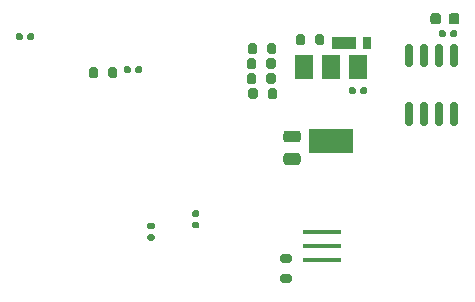
<source format=gbr>
%TF.GenerationSoftware,KiCad,Pcbnew,(5.1.7)-1*%
%TF.CreationDate,2020-10-24T02:10:45+09:00*%
%TF.ProjectId,canboard,63616e62-6f61-4726-942e-6b696361645f,rev?*%
%TF.SameCoordinates,Original*%
%TF.FileFunction,Paste,Bot*%
%TF.FilePolarity,Positive*%
%FSLAX46Y46*%
G04 Gerber Fmt 4.6, Leading zero omitted, Abs format (unit mm)*
G04 Created by KiCad (PCBNEW (5.1.7)-1) date 2020-10-24 02:10:45*
%MOMM*%
%LPD*%
G01*
G04 APERTURE LIST*
%ADD10R,3.200000X0.400000*%
%ADD11R,1.500000X2.000000*%
%ADD12R,3.800000X2.000000*%
%ADD13R,2.000000X1.100000*%
%ADD14R,0.800000X1.100000*%
G04 APERTURE END LIST*
%TO.C,U5*%
G36*
G01*
X247546000Y-32790000D02*
X247246000Y-32790000D01*
G75*
G02*
X247096000Y-32640000I0J150000D01*
G01*
X247096000Y-30990000D01*
G75*
G02*
X247246000Y-30840000I150000J0D01*
G01*
X247546000Y-30840000D01*
G75*
G02*
X247696000Y-30990000I0J-150000D01*
G01*
X247696000Y-32640000D01*
G75*
G02*
X247546000Y-32790000I-150000J0D01*
G01*
G37*
G36*
G01*
X246276000Y-32790000D02*
X245976000Y-32790000D01*
G75*
G02*
X245826000Y-32640000I0J150000D01*
G01*
X245826000Y-30990000D01*
G75*
G02*
X245976000Y-30840000I150000J0D01*
G01*
X246276000Y-30840000D01*
G75*
G02*
X246426000Y-30990000I0J-150000D01*
G01*
X246426000Y-32640000D01*
G75*
G02*
X246276000Y-32790000I-150000J0D01*
G01*
G37*
G36*
G01*
X245006000Y-32790000D02*
X244706000Y-32790000D01*
G75*
G02*
X244556000Y-32640000I0J150000D01*
G01*
X244556000Y-30990000D01*
G75*
G02*
X244706000Y-30840000I150000J0D01*
G01*
X245006000Y-30840000D01*
G75*
G02*
X245156000Y-30990000I0J-150000D01*
G01*
X245156000Y-32640000D01*
G75*
G02*
X245006000Y-32790000I-150000J0D01*
G01*
G37*
G36*
G01*
X243736000Y-32790000D02*
X243436000Y-32790000D01*
G75*
G02*
X243286000Y-32640000I0J150000D01*
G01*
X243286000Y-30990000D01*
G75*
G02*
X243436000Y-30840000I150000J0D01*
G01*
X243736000Y-30840000D01*
G75*
G02*
X243886000Y-30990000I0J-150000D01*
G01*
X243886000Y-32640000D01*
G75*
G02*
X243736000Y-32790000I-150000J0D01*
G01*
G37*
G36*
G01*
X243736000Y-37740000D02*
X243436000Y-37740000D01*
G75*
G02*
X243286000Y-37590000I0J150000D01*
G01*
X243286000Y-35940000D01*
G75*
G02*
X243436000Y-35790000I150000J0D01*
G01*
X243736000Y-35790000D01*
G75*
G02*
X243886000Y-35940000I0J-150000D01*
G01*
X243886000Y-37590000D01*
G75*
G02*
X243736000Y-37740000I-150000J0D01*
G01*
G37*
G36*
G01*
X245006000Y-37740000D02*
X244706000Y-37740000D01*
G75*
G02*
X244556000Y-37590000I0J150000D01*
G01*
X244556000Y-35940000D01*
G75*
G02*
X244706000Y-35790000I150000J0D01*
G01*
X245006000Y-35790000D01*
G75*
G02*
X245156000Y-35940000I0J-150000D01*
G01*
X245156000Y-37590000D01*
G75*
G02*
X245006000Y-37740000I-150000J0D01*
G01*
G37*
G36*
G01*
X246276000Y-37740000D02*
X245976000Y-37740000D01*
G75*
G02*
X245826000Y-37590000I0J150000D01*
G01*
X245826000Y-35940000D01*
G75*
G02*
X245976000Y-35790000I150000J0D01*
G01*
X246276000Y-35790000D01*
G75*
G02*
X246426000Y-35940000I0J-150000D01*
G01*
X246426000Y-37590000D01*
G75*
G02*
X246276000Y-37740000I-150000J0D01*
G01*
G37*
G36*
G01*
X247546000Y-37740000D02*
X247246000Y-37740000D01*
G75*
G02*
X247096000Y-37590000I0J150000D01*
G01*
X247096000Y-35940000D01*
G75*
G02*
X247246000Y-35790000I150000J0D01*
G01*
X247546000Y-35790000D01*
G75*
G02*
X247696000Y-35940000I0J-150000D01*
G01*
X247696000Y-37590000D01*
G75*
G02*
X247546000Y-37740000I-150000J0D01*
G01*
G37*
%TD*%
D10*
%TO.C,Y2*%
X236220000Y-49136000D03*
X236220000Y-47936000D03*
X236220000Y-46736000D03*
%TD*%
D11*
%TO.C,U2*%
X234682000Y-32766000D03*
X239282000Y-32766000D03*
X236982000Y-32766000D03*
D12*
X236982000Y-39066000D03*
%TD*%
%TO.C,R17*%
G36*
G01*
X234779000Y-30205000D02*
X234779000Y-30755000D01*
G75*
G02*
X234579000Y-30955000I-200000J0D01*
G01*
X234179000Y-30955000D01*
G75*
G02*
X233979000Y-30755000I0J200000D01*
G01*
X233979000Y-30205000D01*
G75*
G02*
X234179000Y-30005000I200000J0D01*
G01*
X234579000Y-30005000D01*
G75*
G02*
X234779000Y-30205000I0J-200000D01*
G01*
G37*
G36*
G01*
X236429000Y-30205000D02*
X236429000Y-30755000D01*
G75*
G02*
X236229000Y-30955000I-200000J0D01*
G01*
X235829000Y-30955000D01*
G75*
G02*
X235629000Y-30755000I0J200000D01*
G01*
X235629000Y-30205000D01*
G75*
G02*
X235829000Y-30005000I200000J0D01*
G01*
X236229000Y-30005000D01*
G75*
G02*
X236429000Y-30205000I0J-200000D01*
G01*
G37*
%TD*%
%TO.C,R11*%
G36*
G01*
X218103000Y-33549000D02*
X218103000Y-32999000D01*
G75*
G02*
X218303000Y-32799000I200000J0D01*
G01*
X218703000Y-32799000D01*
G75*
G02*
X218903000Y-32999000I0J-200000D01*
G01*
X218903000Y-33549000D01*
G75*
G02*
X218703000Y-33749000I-200000J0D01*
G01*
X218303000Y-33749000D01*
G75*
G02*
X218103000Y-33549000I0J200000D01*
G01*
G37*
G36*
G01*
X216453000Y-33549000D02*
X216453000Y-32999000D01*
G75*
G02*
X216653000Y-32799000I200000J0D01*
G01*
X217053000Y-32799000D01*
G75*
G02*
X217253000Y-32999000I0J-200000D01*
G01*
X217253000Y-33549000D01*
G75*
G02*
X217053000Y-33749000I-200000J0D01*
G01*
X216653000Y-33749000D01*
G75*
G02*
X216453000Y-33549000I0J200000D01*
G01*
G37*
%TD*%
%TO.C,R7*%
G36*
G01*
X230715000Y-30967000D02*
X230715000Y-31517000D01*
G75*
G02*
X230515000Y-31717000I-200000J0D01*
G01*
X230115000Y-31717000D01*
G75*
G02*
X229915000Y-31517000I0J200000D01*
G01*
X229915000Y-30967000D01*
G75*
G02*
X230115000Y-30767000I200000J0D01*
G01*
X230515000Y-30767000D01*
G75*
G02*
X230715000Y-30967000I0J-200000D01*
G01*
G37*
G36*
G01*
X232365000Y-30967000D02*
X232365000Y-31517000D01*
G75*
G02*
X232165000Y-31717000I-200000J0D01*
G01*
X231765000Y-31717000D01*
G75*
G02*
X231565000Y-31517000I0J200000D01*
G01*
X231565000Y-30967000D01*
G75*
G02*
X231765000Y-30767000I200000J0D01*
G01*
X232165000Y-30767000D01*
G75*
G02*
X232365000Y-30967000I0J-200000D01*
G01*
G37*
%TD*%
%TO.C,R6*%
G36*
G01*
X230652000Y-32237000D02*
X230652000Y-32787000D01*
G75*
G02*
X230452000Y-32987000I-200000J0D01*
G01*
X230052000Y-32987000D01*
G75*
G02*
X229852000Y-32787000I0J200000D01*
G01*
X229852000Y-32237000D01*
G75*
G02*
X230052000Y-32037000I200000J0D01*
G01*
X230452000Y-32037000D01*
G75*
G02*
X230652000Y-32237000I0J-200000D01*
G01*
G37*
G36*
G01*
X232302000Y-32237000D02*
X232302000Y-32787000D01*
G75*
G02*
X232102000Y-32987000I-200000J0D01*
G01*
X231702000Y-32987000D01*
G75*
G02*
X231502000Y-32787000I0J200000D01*
G01*
X231502000Y-32237000D01*
G75*
G02*
X231702000Y-32037000I200000J0D01*
G01*
X232102000Y-32037000D01*
G75*
G02*
X232302000Y-32237000I0J-200000D01*
G01*
G37*
%TD*%
%TO.C,R5*%
G36*
G01*
X230652000Y-33507000D02*
X230652000Y-34057000D01*
G75*
G02*
X230452000Y-34257000I-200000J0D01*
G01*
X230052000Y-34257000D01*
G75*
G02*
X229852000Y-34057000I0J200000D01*
G01*
X229852000Y-33507000D01*
G75*
G02*
X230052000Y-33307000I200000J0D01*
G01*
X230452000Y-33307000D01*
G75*
G02*
X230652000Y-33507000I0J-200000D01*
G01*
G37*
G36*
G01*
X232302000Y-33507000D02*
X232302000Y-34057000D01*
G75*
G02*
X232102000Y-34257000I-200000J0D01*
G01*
X231702000Y-34257000D01*
G75*
G02*
X231502000Y-34057000I0J200000D01*
G01*
X231502000Y-33507000D01*
G75*
G02*
X231702000Y-33307000I200000J0D01*
G01*
X232102000Y-33307000D01*
G75*
G02*
X232302000Y-33507000I0J-200000D01*
G01*
G37*
%TD*%
%TO.C,R4*%
G36*
G01*
X230778000Y-34777000D02*
X230778000Y-35327000D01*
G75*
G02*
X230578000Y-35527000I-200000J0D01*
G01*
X230178000Y-35527000D01*
G75*
G02*
X229978000Y-35327000I0J200000D01*
G01*
X229978000Y-34777000D01*
G75*
G02*
X230178000Y-34577000I200000J0D01*
G01*
X230578000Y-34577000D01*
G75*
G02*
X230778000Y-34777000I0J-200000D01*
G01*
G37*
G36*
G01*
X232428000Y-34777000D02*
X232428000Y-35327000D01*
G75*
G02*
X232228000Y-35527000I-200000J0D01*
G01*
X231828000Y-35527000D01*
G75*
G02*
X231628000Y-35327000I0J200000D01*
G01*
X231628000Y-34777000D01*
G75*
G02*
X231828000Y-34577000I200000J0D01*
G01*
X232228000Y-34577000D01*
G75*
G02*
X232428000Y-34777000I0J-200000D01*
G01*
G37*
%TD*%
%TO.C,R3*%
G36*
G01*
X232897000Y-50272000D02*
X233447000Y-50272000D01*
G75*
G02*
X233647000Y-50472000I0J-200000D01*
G01*
X233647000Y-50872000D01*
G75*
G02*
X233447000Y-51072000I-200000J0D01*
G01*
X232897000Y-51072000D01*
G75*
G02*
X232697000Y-50872000I0J200000D01*
G01*
X232697000Y-50472000D01*
G75*
G02*
X232897000Y-50272000I200000J0D01*
G01*
G37*
G36*
G01*
X232897000Y-48622000D02*
X233447000Y-48622000D01*
G75*
G02*
X233647000Y-48822000I0J-200000D01*
G01*
X233647000Y-49222000D01*
G75*
G02*
X233447000Y-49422000I-200000J0D01*
G01*
X232897000Y-49422000D01*
G75*
G02*
X232697000Y-49222000I0J200000D01*
G01*
X232697000Y-48822000D01*
G75*
G02*
X232897000Y-48622000I200000J0D01*
G01*
G37*
%TD*%
D13*
%TO.C,D2*%
X238090000Y-30734000D03*
D14*
X239990000Y-30734000D03*
%TD*%
%TO.C,C9*%
G36*
G01*
X234155000Y-39174000D02*
X233205000Y-39174000D01*
G75*
G02*
X232955000Y-38924000I0J250000D01*
G01*
X232955000Y-38424000D01*
G75*
G02*
X233205000Y-38174000I250000J0D01*
G01*
X234155000Y-38174000D01*
G75*
G02*
X234405000Y-38424000I0J-250000D01*
G01*
X234405000Y-38924000D01*
G75*
G02*
X234155000Y-39174000I-250000J0D01*
G01*
G37*
G36*
G01*
X234155000Y-41074000D02*
X233205000Y-41074000D01*
G75*
G02*
X232955000Y-40824000I0J250000D01*
G01*
X232955000Y-40324000D01*
G75*
G02*
X233205000Y-40074000I250000J0D01*
G01*
X234155000Y-40074000D01*
G75*
G02*
X234405000Y-40324000I0J-250000D01*
G01*
X234405000Y-40824000D01*
G75*
G02*
X234155000Y-41074000I-250000J0D01*
G01*
G37*
%TD*%
%TO.C,C8*%
G36*
G01*
X246946000Y-28952000D02*
X246946000Y-28452000D01*
G75*
G02*
X247171000Y-28227000I225000J0D01*
G01*
X247621000Y-28227000D01*
G75*
G02*
X247846000Y-28452000I0J-225000D01*
G01*
X247846000Y-28952000D01*
G75*
G02*
X247621000Y-29177000I-225000J0D01*
G01*
X247171000Y-29177000D01*
G75*
G02*
X246946000Y-28952000I0J225000D01*
G01*
G37*
G36*
G01*
X245396000Y-28952000D02*
X245396000Y-28452000D01*
G75*
G02*
X245621000Y-28227000I225000J0D01*
G01*
X246071000Y-28227000D01*
G75*
G02*
X246296000Y-28452000I0J-225000D01*
G01*
X246296000Y-28952000D01*
G75*
G02*
X246071000Y-29177000I-225000J0D01*
G01*
X245621000Y-29177000D01*
G75*
G02*
X245396000Y-28952000I0J225000D01*
G01*
G37*
%TD*%
%TO.C,C6*%
G36*
G01*
X247088000Y-30142000D02*
X247088000Y-29802000D01*
G75*
G02*
X247228000Y-29662000I140000J0D01*
G01*
X247508000Y-29662000D01*
G75*
G02*
X247648000Y-29802000I0J-140000D01*
G01*
X247648000Y-30142000D01*
G75*
G02*
X247508000Y-30282000I-140000J0D01*
G01*
X247228000Y-30282000D01*
G75*
G02*
X247088000Y-30142000I0J140000D01*
G01*
G37*
G36*
G01*
X246128000Y-30142000D02*
X246128000Y-29802000D01*
G75*
G02*
X246268000Y-29662000I140000J0D01*
G01*
X246548000Y-29662000D01*
G75*
G02*
X246688000Y-29802000I0J-140000D01*
G01*
X246688000Y-30142000D01*
G75*
G02*
X246548000Y-30282000I-140000J0D01*
G01*
X246268000Y-30282000D01*
G75*
G02*
X246128000Y-30142000I0J140000D01*
G01*
G37*
%TD*%
%TO.C,C5*%
G36*
G01*
X220018000Y-32850000D02*
X220018000Y-33190000D01*
G75*
G02*
X219878000Y-33330000I-140000J0D01*
G01*
X219598000Y-33330000D01*
G75*
G02*
X219458000Y-33190000I0J140000D01*
G01*
X219458000Y-32850000D01*
G75*
G02*
X219598000Y-32710000I140000J0D01*
G01*
X219878000Y-32710000D01*
G75*
G02*
X220018000Y-32850000I0J-140000D01*
G01*
G37*
G36*
G01*
X220978000Y-32850000D02*
X220978000Y-33190000D01*
G75*
G02*
X220838000Y-33330000I-140000J0D01*
G01*
X220558000Y-33330000D01*
G75*
G02*
X220418000Y-33190000I0J140000D01*
G01*
X220418000Y-32850000D01*
G75*
G02*
X220558000Y-32710000I140000J0D01*
G01*
X220838000Y-32710000D01*
G75*
G02*
X220978000Y-32850000I0J-140000D01*
G01*
G37*
%TD*%
%TO.C,C4*%
G36*
G01*
X239068000Y-34628000D02*
X239068000Y-34968000D01*
G75*
G02*
X238928000Y-35108000I-140000J0D01*
G01*
X238648000Y-35108000D01*
G75*
G02*
X238508000Y-34968000I0J140000D01*
G01*
X238508000Y-34628000D01*
G75*
G02*
X238648000Y-34488000I140000J0D01*
G01*
X238928000Y-34488000D01*
G75*
G02*
X239068000Y-34628000I0J-140000D01*
G01*
G37*
G36*
G01*
X240028000Y-34628000D02*
X240028000Y-34968000D01*
G75*
G02*
X239888000Y-35108000I-140000J0D01*
G01*
X239608000Y-35108000D01*
G75*
G02*
X239468000Y-34968000I0J140000D01*
G01*
X239468000Y-34628000D01*
G75*
G02*
X239608000Y-34488000I140000J0D01*
G01*
X239888000Y-34488000D01*
G75*
G02*
X240028000Y-34628000I0J-140000D01*
G01*
G37*
%TD*%
%TO.C,C3*%
G36*
G01*
X211274000Y-30396000D02*
X211274000Y-30056000D01*
G75*
G02*
X211414000Y-29916000I140000J0D01*
G01*
X211694000Y-29916000D01*
G75*
G02*
X211834000Y-30056000I0J-140000D01*
G01*
X211834000Y-30396000D01*
G75*
G02*
X211694000Y-30536000I-140000J0D01*
G01*
X211414000Y-30536000D01*
G75*
G02*
X211274000Y-30396000I0J140000D01*
G01*
G37*
G36*
G01*
X210314000Y-30396000D02*
X210314000Y-30056000D01*
G75*
G02*
X210454000Y-29916000I140000J0D01*
G01*
X210734000Y-29916000D01*
G75*
G02*
X210874000Y-30056000I0J-140000D01*
G01*
X210874000Y-30396000D01*
G75*
G02*
X210734000Y-30536000I-140000J0D01*
G01*
X210454000Y-30536000D01*
G75*
G02*
X210314000Y-30396000I0J140000D01*
G01*
G37*
%TD*%
%TO.C,C2*%
G36*
G01*
X221572000Y-46936000D02*
X221912000Y-46936000D01*
G75*
G02*
X222052000Y-47076000I0J-140000D01*
G01*
X222052000Y-47356000D01*
G75*
G02*
X221912000Y-47496000I-140000J0D01*
G01*
X221572000Y-47496000D01*
G75*
G02*
X221432000Y-47356000I0J140000D01*
G01*
X221432000Y-47076000D01*
G75*
G02*
X221572000Y-46936000I140000J0D01*
G01*
G37*
G36*
G01*
X221572000Y-45976000D02*
X221912000Y-45976000D01*
G75*
G02*
X222052000Y-46116000I0J-140000D01*
G01*
X222052000Y-46396000D01*
G75*
G02*
X221912000Y-46536000I-140000J0D01*
G01*
X221572000Y-46536000D01*
G75*
G02*
X221432000Y-46396000I0J140000D01*
G01*
X221432000Y-46116000D01*
G75*
G02*
X221572000Y-45976000I140000J0D01*
G01*
G37*
%TD*%
%TO.C,C1*%
G36*
G01*
X225694000Y-45492000D02*
X225354000Y-45492000D01*
G75*
G02*
X225214000Y-45352000I0J140000D01*
G01*
X225214000Y-45072000D01*
G75*
G02*
X225354000Y-44932000I140000J0D01*
G01*
X225694000Y-44932000D01*
G75*
G02*
X225834000Y-45072000I0J-140000D01*
G01*
X225834000Y-45352000D01*
G75*
G02*
X225694000Y-45492000I-140000J0D01*
G01*
G37*
G36*
G01*
X225694000Y-46452000D02*
X225354000Y-46452000D01*
G75*
G02*
X225214000Y-46312000I0J140000D01*
G01*
X225214000Y-46032000D01*
G75*
G02*
X225354000Y-45892000I140000J0D01*
G01*
X225694000Y-45892000D01*
G75*
G02*
X225834000Y-46032000I0J-140000D01*
G01*
X225834000Y-46312000D01*
G75*
G02*
X225694000Y-46452000I-140000J0D01*
G01*
G37*
%TD*%
M02*

</source>
